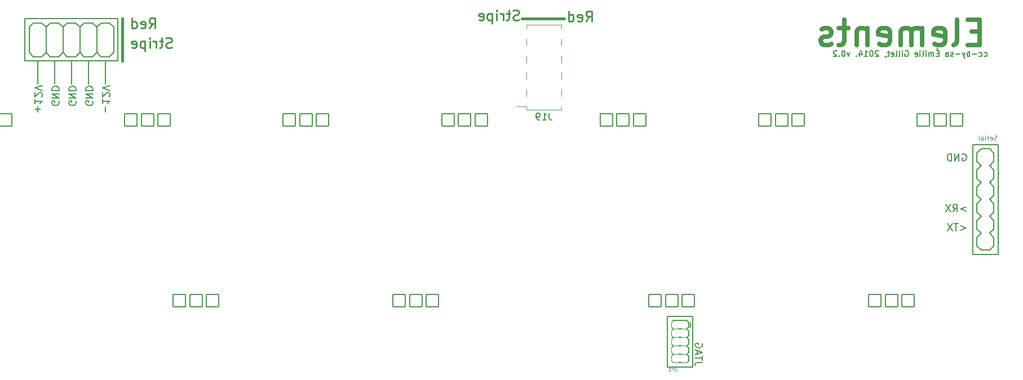
<source format=gbr>
%TF.GenerationSoftware,KiCad,Pcbnew,(6.0.11-0)*%
%TF.CreationDate,2023-03-07T13:47:18+01:00*%
%TF.ProjectId,elements,656c656d-656e-4747-932e-6b696361645f,rev?*%
%TF.SameCoordinates,Original*%
%TF.FileFunction,Legend,Bot*%
%TF.FilePolarity,Positive*%
%FSLAX46Y46*%
G04 Gerber Fmt 4.6, Leading zero omitted, Abs format (unit mm)*
G04 Created by KiCad (PCBNEW (6.0.11-0)) date 2023-03-07 13:47:18*
%MOMM*%
%LPD*%
G01*
G04 APERTURE LIST*
G04 Aperture macros list*
%AMRoundRect*
0 Rectangle with rounded corners*
0 $1 Rounding radius*
0 $2 $3 $4 $5 $6 $7 $8 $9 X,Y pos of 4 corners*
0 Add a 4 corners polygon primitive as box body*
4,1,4,$2,$3,$4,$5,$6,$7,$8,$9,$2,$3,0*
0 Add four circle primitives for the rounded corners*
1,1,$1+$1,$2,$3*
1,1,$1+$1,$4,$5*
1,1,$1+$1,$6,$7*
1,1,$1+$1,$8,$9*
0 Add four rect primitives between the rounded corners*
20,1,$1+$1,$2,$3,$4,$5,0*
20,1,$1+$1,$4,$5,$6,$7,0*
20,1,$1+$1,$6,$7,$8,$9,0*
20,1,$1+$1,$8,$9,$2,$3,0*%
%AMFreePoly0*
4,1,25,0.417216,0.947373,0.422118,0.942882,0.942882,0.422118,0.964910,0.374877,0.965200,0.368236,0.965200,-0.368236,0.947373,-0.417216,0.942882,-0.422118,0.422118,-0.942882,0.374877,-0.964910,0.368236,-0.965200,-0.368236,-0.965200,-0.417216,-0.947373,-0.422118,-0.942882,-0.942882,-0.422118,-0.964910,-0.374877,-0.965200,-0.368236,-0.965200,0.368236,-0.947373,0.417216,-0.942882,0.422118,
-0.422118,0.942882,-0.374877,0.964910,-0.368236,0.965200,0.368236,0.965200,0.417216,0.947373,0.417216,0.947373,$1*%
%AMFreePoly1*
4,1,25,0.301485,0.667973,0.306387,0.663482,0.663482,0.306387,0.685510,0.259146,0.685800,0.252505,0.685800,-0.252505,0.667973,-0.301485,0.663482,-0.306387,0.306387,-0.663482,0.259146,-0.685510,0.252505,-0.685800,-0.252505,-0.685800,-0.301485,-0.667973,-0.306387,-0.663482,-0.663482,-0.306387,-0.685510,-0.259146,-0.685800,-0.252505,-0.685800,0.252505,-0.667973,0.301485,-0.663482,0.306387,
-0.306387,0.663482,-0.259146,0.685510,-0.252505,0.685800,0.252505,0.685800,0.301485,0.667973,0.301485,0.667973,$1*%
%AMFreePoly2*
4,1,25,0.575031,1.328373,0.579933,1.323882,1.323882,0.579933,1.345910,0.532692,1.346200,0.526051,1.346200,-0.526051,1.328373,-0.575031,1.323882,-0.579933,0.579933,-1.323882,0.532692,-1.345910,0.526051,-1.346200,-0.526051,-1.346200,-0.575031,-1.328373,-0.579933,-1.323882,-1.323882,-0.579933,-1.345910,-0.532692,-1.346200,-0.526051,-1.346200,0.526051,-1.328373,0.575031,-1.323882,0.579933,
-0.579933,1.323882,-0.532692,1.345910,-0.526051,1.346200,0.526051,1.346200,0.575031,1.328373,0.575031,1.328373,$1*%
%AMFreePoly3*
4,1,25,0.706544,1.645873,0.711446,1.641382,1.641382,0.711446,1.663410,0.664205,1.663700,0.657564,1.663700,-0.657564,1.645873,-0.706544,1.641382,-0.711446,0.711446,-1.641382,0.664205,-1.663410,0.657564,-1.663700,-0.657564,-1.663700,-0.706544,-1.645873,-0.711446,-1.641382,-1.641382,-0.711446,-1.663410,-0.664205,-1.663700,-0.657564,-1.663700,0.657564,-1.645873,0.706544,-1.641382,0.711446,
-0.711446,1.641382,-0.664205,1.663410,-0.657564,1.663700,0.657564,1.663700,0.706544,1.645873,0.706544,1.645873,$1*%
%AMFreePoly4*
4,1,25,0.438258,0.998173,0.443160,0.993682,0.993682,0.443160,1.015710,0.395919,1.016000,0.389278,1.016000,-0.389278,0.998173,-0.438258,0.993682,-0.443160,0.443160,-0.993682,0.395919,-1.015710,0.389278,-1.016000,-0.389278,-1.016000,-0.438258,-0.998173,-0.443160,-0.993682,-0.993682,-0.443160,-1.015710,-0.395919,-1.016000,-0.389278,-1.016000,0.389278,-0.998173,0.438258,-0.993682,0.443160,
-0.443160,0.993682,-0.395919,1.015710,-0.389278,1.016000,0.389278,1.016000,0.438258,0.998173,0.438258,0.998173,$1*%
%AMFreePoly5*
4,1,25,0.269922,0.591773,0.274824,0.587282,0.587282,0.274824,0.609310,0.227583,0.609600,0.220942,0.609600,-0.220942,0.591773,-0.269922,0.587282,-0.274824,0.274824,-0.587282,0.227583,-0.609310,0.220942,-0.609600,-0.220942,-0.609600,-0.269922,-0.591773,-0.274824,-0.587282,-0.587282,-0.274824,-0.609310,-0.227583,-0.609600,-0.220942,-0.609600,0.220942,-0.591773,0.269922,-0.587282,0.274824,
-0.274824,0.587282,-0.227583,0.609310,-0.220942,0.609600,0.220942,0.609600,0.269922,0.591773,0.269922,0.591773,$1*%
G04 Aperture macros list end*
%ADD10C,0.406400*%
%ADD11C,0.266700*%
%ADD12C,0.152400*%
%ADD13C,0.190500*%
%ADD14C,0.666750*%
%ADD15C,0.121920*%
%ADD16C,0.037389*%
%ADD17C,0.150000*%
%ADD18C,0.203200*%
%ADD19C,0.120000*%
%ADD20C,2.200000*%
%ADD21FreePoly0,180.000000*%
%ADD22FreePoly1,180.000000*%
%ADD23RoundRect,0.076200X0.939800X-0.939800X0.939800X0.939800X-0.939800X0.939800X-0.939800X-0.939800X0*%
%ADD24FreePoly2,90.000000*%
%ADD25FreePoly3,90.000000*%
%ADD26FreePoly1,0.000000*%
%ADD27C,1.502400*%
%ADD28RoundRect,0.076200X0.675000X-0.675000X0.675000X0.675000X-0.675000X0.675000X-0.675000X-0.675000X0*%
%ADD29C,2.032000*%
%ADD30FreePoly4,0.000000*%
%ADD31FreePoly5,270.000000*%
%ADD32R,3.150000X1.000000*%
G04 APERTURE END LIST*
D10*
X165050000Y-53550000D02*
X158700000Y-53550000D01*
D11*
X168323988Y-53939333D02*
X168827755Y-53219666D01*
X169187588Y-53939333D02*
X169187588Y-52428033D01*
X168611855Y-52428033D01*
X168467921Y-52500000D01*
X168395955Y-52571966D01*
X168323988Y-52715900D01*
X168323988Y-52931800D01*
X168395955Y-53075733D01*
X168467921Y-53147700D01*
X168611855Y-53219666D01*
X169187588Y-53219666D01*
X167100555Y-53867366D02*
X167244488Y-53939333D01*
X167532355Y-53939333D01*
X167676288Y-53867366D01*
X167748255Y-53723433D01*
X167748255Y-53147700D01*
X167676288Y-53003766D01*
X167532355Y-52931800D01*
X167244488Y-52931800D01*
X167100555Y-53003766D01*
X167028588Y-53147700D01*
X167028588Y-53291633D01*
X167748255Y-53435566D01*
X165733188Y-53939333D02*
X165733188Y-52428033D01*
X165733188Y-53867366D02*
X165877121Y-53939333D01*
X166164988Y-53939333D01*
X166308921Y-53867366D01*
X166380888Y-53795400D01*
X166452855Y-53651466D01*
X166452855Y-53219666D01*
X166380888Y-53075733D01*
X166308921Y-53003766D01*
X166164988Y-52931800D01*
X165877121Y-52931800D01*
X165733188Y-53003766D01*
X158256421Y-53717366D02*
X158040521Y-53789333D01*
X157680688Y-53789333D01*
X157536755Y-53717366D01*
X157464788Y-53645400D01*
X157392821Y-53501466D01*
X157392821Y-53357533D01*
X157464788Y-53213600D01*
X157536755Y-53141633D01*
X157680688Y-53069666D01*
X157968555Y-52997700D01*
X158112488Y-52925733D01*
X158184455Y-52853766D01*
X158256421Y-52709833D01*
X158256421Y-52565900D01*
X158184455Y-52421966D01*
X158112488Y-52350000D01*
X157968555Y-52278033D01*
X157608721Y-52278033D01*
X157392821Y-52350000D01*
X156961021Y-52781800D02*
X156385288Y-52781800D01*
X156745121Y-52278033D02*
X156745121Y-53573433D01*
X156673155Y-53717366D01*
X156529221Y-53789333D01*
X156385288Y-53789333D01*
X155881521Y-53789333D02*
X155881521Y-52781800D01*
X155881521Y-53069666D02*
X155809555Y-52925733D01*
X155737588Y-52853766D01*
X155593655Y-52781800D01*
X155449721Y-52781800D01*
X154945955Y-53789333D02*
X154945955Y-52781800D01*
X154945955Y-52278033D02*
X155017921Y-52350000D01*
X154945955Y-52421966D01*
X154873988Y-52350000D01*
X154945955Y-52278033D01*
X154945955Y-52421966D01*
X154226288Y-52781800D02*
X154226288Y-54293100D01*
X154226288Y-52853766D02*
X154082355Y-52781800D01*
X153794488Y-52781800D01*
X153650555Y-52853766D01*
X153578588Y-52925733D01*
X153506621Y-53069666D01*
X153506621Y-53501466D01*
X153578588Y-53645400D01*
X153650555Y-53717366D01*
X153794488Y-53789333D01*
X154082355Y-53789333D01*
X154226288Y-53717366D01*
X152283188Y-53717366D02*
X152427121Y-53789333D01*
X152714988Y-53789333D01*
X152858921Y-53717366D01*
X152930888Y-53573433D01*
X152930888Y-52997700D01*
X152858921Y-52853766D01*
X152714988Y-52781800D01*
X152427121Y-52781800D01*
X152283188Y-52853766D01*
X152211221Y-52997700D01*
X152211221Y-53141633D01*
X152930888Y-53285566D01*
D12*
X98018600Y-53568600D02*
X84048600Y-53568600D01*
X96113600Y-59918600D02*
X98018600Y-59918600D01*
X184378600Y-105956100D02*
X184378600Y-98336100D01*
X93573600Y-59918600D02*
X96113600Y-59918600D01*
X98018600Y-59918600D02*
X98018600Y-53568600D01*
X230250000Y-72490000D02*
X230250000Y-89000000D01*
X88493600Y-59918600D02*
X91033600Y-59918600D01*
X226440000Y-72490000D02*
X230250000Y-72490000D01*
X84048600Y-53568600D02*
X84048600Y-59918600D01*
X91033600Y-59918600D02*
X91033600Y-63411100D01*
X180568600Y-98336100D02*
X180568600Y-105956100D01*
D10*
X98653600Y-59918600D02*
X98653600Y-53568600D01*
D12*
X91033600Y-59918600D02*
X93573600Y-59918600D01*
X85953600Y-59918600D02*
X88493600Y-59918600D01*
X88493600Y-59918600D02*
X88493600Y-63411100D01*
X180568600Y-105956100D02*
X184378600Y-105956100D01*
X96113600Y-59918600D02*
X96113600Y-63411100D01*
X85953600Y-59918600D02*
X85953600Y-63411100D01*
X84048600Y-59918600D02*
X85953600Y-59918600D01*
X226440000Y-89000000D02*
X226440000Y-72490000D01*
X184378600Y-98336100D02*
X180568600Y-98336100D01*
X230250000Y-89000000D02*
X226440000Y-89000000D01*
X93573600Y-59918600D02*
X93573600Y-63411100D01*
D13*
X89128600Y-66002353D02*
X89180004Y-66105163D01*
X89180004Y-66259377D01*
X89128600Y-66413591D01*
X89025790Y-66516401D01*
X88922980Y-66567805D01*
X88717361Y-66619210D01*
X88563147Y-66619210D01*
X88357528Y-66567805D01*
X88254719Y-66516401D01*
X88151909Y-66413591D01*
X88100504Y-66259377D01*
X88100504Y-66156567D01*
X88151909Y-66002353D01*
X88203314Y-65950948D01*
X88563147Y-65950948D01*
X88563147Y-66156567D01*
X88100504Y-65488305D02*
X89180004Y-65488305D01*
X88100504Y-64871448D01*
X89180004Y-64871448D01*
X88100504Y-64357401D02*
X89180004Y-64357401D01*
X89180004Y-64100377D01*
X89128600Y-63946163D01*
X89025790Y-63843353D01*
X88922980Y-63791948D01*
X88717361Y-63740544D01*
X88563147Y-63740544D01*
X88357528Y-63791948D01*
X88254719Y-63843353D01*
X88151909Y-63946163D01*
X88100504Y-64100377D01*
X88100504Y-64357401D01*
D11*
X106106421Y-57867366D02*
X105890521Y-57939333D01*
X105530688Y-57939333D01*
X105386755Y-57867366D01*
X105314788Y-57795400D01*
X105242821Y-57651466D01*
X105242821Y-57507533D01*
X105314788Y-57363600D01*
X105386755Y-57291633D01*
X105530688Y-57219666D01*
X105818555Y-57147700D01*
X105962488Y-57075733D01*
X106034455Y-57003766D01*
X106106421Y-56859833D01*
X106106421Y-56715900D01*
X106034455Y-56571966D01*
X105962488Y-56500000D01*
X105818555Y-56428033D01*
X105458721Y-56428033D01*
X105242821Y-56500000D01*
X104811021Y-56931800D02*
X104235288Y-56931800D01*
X104595121Y-56428033D02*
X104595121Y-57723433D01*
X104523155Y-57867366D01*
X104379221Y-57939333D01*
X104235288Y-57939333D01*
X103731521Y-57939333D02*
X103731521Y-56931800D01*
X103731521Y-57219666D02*
X103659555Y-57075733D01*
X103587588Y-57003766D01*
X103443655Y-56931800D01*
X103299721Y-56931800D01*
X102795955Y-57939333D02*
X102795955Y-56931800D01*
X102795955Y-56428033D02*
X102867921Y-56500000D01*
X102795955Y-56571966D01*
X102723988Y-56500000D01*
X102795955Y-56428033D01*
X102795955Y-56571966D01*
X102076288Y-56931800D02*
X102076288Y-58443100D01*
X102076288Y-57003766D02*
X101932355Y-56931800D01*
X101644488Y-56931800D01*
X101500555Y-57003766D01*
X101428588Y-57075733D01*
X101356621Y-57219666D01*
X101356621Y-57651466D01*
X101428588Y-57795400D01*
X101500555Y-57867366D01*
X101644488Y-57939333D01*
X101932355Y-57939333D01*
X102076288Y-57867366D01*
X100133188Y-57867366D02*
X100277121Y-57939333D01*
X100564988Y-57939333D01*
X100708921Y-57867366D01*
X100780888Y-57723433D01*
X100780888Y-57147700D01*
X100708921Y-57003766D01*
X100564988Y-56931800D01*
X100277121Y-56931800D01*
X100133188Y-57003766D01*
X100061221Y-57147700D01*
X100061221Y-57291633D01*
X100780888Y-57435566D01*
D13*
X224601675Y-84736428D02*
X225424151Y-85044857D01*
X224601675Y-85353285D01*
X224241841Y-84376595D02*
X223624984Y-84376595D01*
X223933413Y-85456095D02*
X223933413Y-84376595D01*
X223367960Y-84376595D02*
X222648294Y-85456095D01*
X222648294Y-84376595D02*
X223367960Y-85456095D01*
X91668600Y-66002353D02*
X91720004Y-66105163D01*
X91720004Y-66259377D01*
X91668600Y-66413591D01*
X91565790Y-66516401D01*
X91462980Y-66567805D01*
X91257361Y-66619210D01*
X91103147Y-66619210D01*
X90897528Y-66567805D01*
X90794719Y-66516401D01*
X90691909Y-66413591D01*
X90640504Y-66259377D01*
X90640504Y-66156567D01*
X90691909Y-66002353D01*
X90743314Y-65950948D01*
X91103147Y-65950948D01*
X91103147Y-66156567D01*
X90640504Y-65488305D02*
X91720004Y-65488305D01*
X90640504Y-64871448D01*
X91720004Y-64871448D01*
X90640504Y-64357401D02*
X91720004Y-64357401D01*
X91720004Y-64100377D01*
X91668600Y-63946163D01*
X91565790Y-63843353D01*
X91462980Y-63791948D01*
X91257361Y-63740544D01*
X91103147Y-63740544D01*
X90897528Y-63791948D01*
X90794719Y-63843353D01*
X90691909Y-63946163D01*
X90640504Y-64100377D01*
X90640504Y-64357401D01*
D14*
X227495629Y-55537100D02*
X226236212Y-55537100D01*
X225696462Y-57516183D02*
X227495629Y-57516183D01*
X227495629Y-53737933D01*
X225696462Y-53737933D01*
X223537462Y-57516183D02*
X223897295Y-57336266D01*
X224077212Y-56976433D01*
X224077212Y-53737933D01*
X220658795Y-57336266D02*
X221018629Y-57516183D01*
X221738295Y-57516183D01*
X222098129Y-57336266D01*
X222278045Y-56976433D01*
X222278045Y-55537100D01*
X222098129Y-55177266D01*
X221738295Y-54997350D01*
X221018629Y-54997350D01*
X220658795Y-55177266D01*
X220478879Y-55537100D01*
X220478879Y-55896933D01*
X222278045Y-56256766D01*
X218859629Y-57516183D02*
X218859629Y-54997350D01*
X218859629Y-55357183D02*
X218679712Y-55177266D01*
X218319879Y-54997350D01*
X217780129Y-54997350D01*
X217420295Y-55177266D01*
X217240379Y-55537100D01*
X217240379Y-57516183D01*
X217240379Y-55537100D02*
X217060462Y-55177266D01*
X216700629Y-54997350D01*
X216160879Y-54997350D01*
X215801045Y-55177266D01*
X215621129Y-55537100D01*
X215621129Y-57516183D01*
X212382629Y-57336266D02*
X212742462Y-57516183D01*
X213462129Y-57516183D01*
X213821962Y-57336266D01*
X214001879Y-56976433D01*
X214001879Y-55537100D01*
X213821962Y-55177266D01*
X213462129Y-54997350D01*
X212742462Y-54997350D01*
X212382629Y-55177266D01*
X212202712Y-55537100D01*
X212202712Y-55896933D01*
X214001879Y-56256766D01*
X210583462Y-54997350D02*
X210583462Y-57516183D01*
X210583462Y-55357183D02*
X210403545Y-55177266D01*
X210043712Y-54997350D01*
X209503962Y-54997350D01*
X209144129Y-55177266D01*
X208964212Y-55537100D01*
X208964212Y-57516183D01*
X207704795Y-54997350D02*
X206265462Y-54997350D01*
X207165045Y-53737933D02*
X207165045Y-56976433D01*
X206985129Y-57336266D01*
X206625295Y-57516183D01*
X206265462Y-57516183D01*
X205185962Y-57336266D02*
X204826129Y-57516183D01*
X204106462Y-57516183D01*
X203746629Y-57336266D01*
X203566712Y-56976433D01*
X203566712Y-56796516D01*
X203746629Y-56436683D01*
X204106462Y-56256766D01*
X204646212Y-56256766D01*
X205006045Y-56076850D01*
X205185962Y-55717016D01*
X205185962Y-55537100D01*
X205006045Y-55177266D01*
X204646212Y-54997350D01*
X204106462Y-54997350D01*
X203746629Y-55177266D01*
D13*
X225424151Y-81878928D02*
X224601675Y-82187357D01*
X225424151Y-82495785D01*
X223470770Y-82598595D02*
X223830603Y-82084547D01*
X224087627Y-82598595D02*
X224087627Y-81519095D01*
X223676389Y-81519095D01*
X223573579Y-81570500D01*
X223522175Y-81621904D01*
X223470770Y-81724714D01*
X223470770Y-81878928D01*
X223522175Y-81981738D01*
X223573579Y-82033142D01*
X223676389Y-82084547D01*
X224087627Y-82084547D01*
X223110936Y-81519095D02*
X222391270Y-82598595D01*
X222391270Y-81519095D02*
X223110936Y-82598595D01*
D11*
X102730088Y-55007933D02*
X103233855Y-54288266D01*
X103593688Y-55007933D02*
X103593688Y-53496633D01*
X103017955Y-53496633D01*
X102874021Y-53568600D01*
X102802055Y-53640566D01*
X102730088Y-53784500D01*
X102730088Y-54000400D01*
X102802055Y-54144333D01*
X102874021Y-54216300D01*
X103017955Y-54288266D01*
X103593688Y-54288266D01*
X101506655Y-54935966D02*
X101650588Y-55007933D01*
X101938455Y-55007933D01*
X102082388Y-54935966D01*
X102154355Y-54792033D01*
X102154355Y-54216300D01*
X102082388Y-54072366D01*
X101938455Y-54000400D01*
X101650588Y-54000400D01*
X101506655Y-54072366D01*
X101434688Y-54216300D01*
X101434688Y-54360233D01*
X102154355Y-54504166D01*
X100139288Y-55007933D02*
X100139288Y-53496633D01*
X100139288Y-54935966D02*
X100283221Y-55007933D01*
X100571088Y-55007933D01*
X100715021Y-54935966D01*
X100786988Y-54864000D01*
X100858955Y-54720066D01*
X100858955Y-54288266D01*
X100786988Y-54144333D01*
X100715021Y-54072366D01*
X100571088Y-54000400D01*
X100283221Y-54000400D01*
X100139288Y-54072366D01*
D13*
X94208600Y-66002353D02*
X94260004Y-66105163D01*
X94260004Y-66259377D01*
X94208600Y-66413591D01*
X94105790Y-66516401D01*
X94002980Y-66567805D01*
X93797361Y-66619210D01*
X93643147Y-66619210D01*
X93437528Y-66567805D01*
X93334719Y-66516401D01*
X93231909Y-66413591D01*
X93180504Y-66259377D01*
X93180504Y-66156567D01*
X93231909Y-66002353D01*
X93283314Y-65950948D01*
X93643147Y-65950948D01*
X93643147Y-66156567D01*
X93180504Y-65488305D02*
X94260004Y-65488305D01*
X93180504Y-64871448D01*
X94260004Y-64871448D01*
X93180504Y-64357401D02*
X94260004Y-64357401D01*
X94260004Y-64100377D01*
X94208600Y-63946163D01*
X94105790Y-63843353D01*
X94002980Y-63791948D01*
X93797361Y-63740544D01*
X93643147Y-63740544D01*
X93437528Y-63791948D01*
X93334719Y-63843353D01*
X93231909Y-63946163D01*
X93180504Y-64100377D01*
X93180504Y-64357401D01*
X96131742Y-67595901D02*
X96131742Y-66773425D01*
X95720504Y-65693925D02*
X95720504Y-66310782D01*
X95720504Y-66002353D02*
X96800004Y-66002353D01*
X96645790Y-66105163D01*
X96542980Y-66207972D01*
X96491576Y-66310782D01*
X96697195Y-65282686D02*
X96748600Y-65231282D01*
X96800004Y-65128472D01*
X96800004Y-64871448D01*
X96748600Y-64768639D01*
X96697195Y-64717234D01*
X96594385Y-64665829D01*
X96491576Y-64665829D01*
X96337361Y-64717234D01*
X95720504Y-65334091D01*
X95720504Y-64665829D01*
X96800004Y-64357401D02*
X95720504Y-63997567D01*
X96800004Y-63637734D01*
D15*
X230039155Y-71789201D02*
X229940458Y-71822100D01*
X229775963Y-71822100D01*
X229710165Y-71789201D01*
X229677266Y-71756302D01*
X229644367Y-71690504D01*
X229644367Y-71624706D01*
X229677266Y-71558908D01*
X229710165Y-71526009D01*
X229775963Y-71493110D01*
X229907559Y-71460211D01*
X229973357Y-71427312D01*
X230006256Y-71394413D01*
X230039155Y-71328615D01*
X230039155Y-71262817D01*
X230006256Y-71197019D01*
X229973357Y-71164120D01*
X229907559Y-71131220D01*
X229743064Y-71131220D01*
X229644367Y-71164120D01*
X229085083Y-71789201D02*
X229150881Y-71822100D01*
X229282477Y-71822100D01*
X229348275Y-71789201D01*
X229381174Y-71723403D01*
X229381174Y-71460211D01*
X229348275Y-71394413D01*
X229282477Y-71361514D01*
X229150881Y-71361514D01*
X229085083Y-71394413D01*
X229052184Y-71460211D01*
X229052184Y-71526009D01*
X229381174Y-71591807D01*
X228756092Y-71822100D02*
X228756092Y-71361514D01*
X228756092Y-71493110D02*
X228723193Y-71427312D01*
X228690294Y-71394413D01*
X228624496Y-71361514D01*
X228558698Y-71361514D01*
X228328405Y-71822100D02*
X228328405Y-71361514D01*
X228328405Y-71131220D02*
X228361304Y-71164120D01*
X228328405Y-71197019D01*
X228295506Y-71164120D01*
X228328405Y-71131220D01*
X228328405Y-71197019D01*
X227703323Y-71822100D02*
X227703323Y-71460211D01*
X227736222Y-71394413D01*
X227802020Y-71361514D01*
X227933616Y-71361514D01*
X227999414Y-71394413D01*
X227703323Y-71789201D02*
X227769121Y-71822100D01*
X227933616Y-71822100D01*
X227999414Y-71789201D01*
X228032313Y-71723403D01*
X228032313Y-71657605D01*
X227999414Y-71591807D01*
X227933616Y-71558908D01*
X227769121Y-71558908D01*
X227703323Y-71526009D01*
X227275635Y-71822100D02*
X227341433Y-71789201D01*
X227374332Y-71723403D01*
X227374332Y-71131220D01*
D13*
X224858698Y-73950500D02*
X224961508Y-73899095D01*
X225115722Y-73899095D01*
X225269936Y-73950500D01*
X225372746Y-74053309D01*
X225424151Y-74156119D01*
X225475555Y-74361738D01*
X225475555Y-74515952D01*
X225424151Y-74721571D01*
X225372746Y-74824380D01*
X225269936Y-74927190D01*
X225115722Y-74978595D01*
X225012913Y-74978595D01*
X224858698Y-74927190D01*
X224807294Y-74875785D01*
X224807294Y-74515952D01*
X225012913Y-74515952D01*
X224344651Y-74978595D02*
X224344651Y-73899095D01*
X223727794Y-74978595D01*
X223727794Y-73899095D01*
X223213746Y-74978595D02*
X223213746Y-73899095D01*
X222956722Y-73899095D01*
X222802508Y-73950500D01*
X222699698Y-74053309D01*
X222648294Y-74156119D01*
X222596889Y-74361738D01*
X222596889Y-74515952D01*
X222648294Y-74721571D01*
X222699698Y-74824380D01*
X222802508Y-74927190D01*
X222956722Y-74978595D01*
X223213746Y-74978595D01*
X85971742Y-67595901D02*
X85971742Y-66773425D01*
X85560504Y-67184663D02*
X86382980Y-67184663D01*
X85560504Y-65693925D02*
X85560504Y-66310782D01*
X85560504Y-66002353D02*
X86640004Y-66002353D01*
X86485790Y-66105163D01*
X86382980Y-66207972D01*
X86331576Y-66310782D01*
X86537195Y-65282686D02*
X86588600Y-65231282D01*
X86640004Y-65128472D01*
X86640004Y-64871448D01*
X86588600Y-64768639D01*
X86537195Y-64717234D01*
X86434385Y-64665829D01*
X86331576Y-64665829D01*
X86177361Y-64717234D01*
X85560504Y-65334091D01*
X85560504Y-64665829D01*
X86640004Y-64357401D02*
X85560504Y-63997567D01*
X86640004Y-63637734D01*
X185827004Y-105266822D02*
X185055933Y-105266822D01*
X184901719Y-105318227D01*
X184798909Y-105421036D01*
X184747504Y-105575251D01*
X184747504Y-105678060D01*
X185827004Y-104906989D02*
X185827004Y-104290132D01*
X184747504Y-104598560D02*
X185827004Y-104598560D01*
X185055933Y-103981703D02*
X185055933Y-103467655D01*
X184747504Y-104084513D02*
X185827004Y-103724679D01*
X184747504Y-103364846D01*
X185775600Y-102439560D02*
X185827004Y-102542370D01*
X185827004Y-102696584D01*
X185775600Y-102850798D01*
X185672790Y-102953608D01*
X185569980Y-103005013D01*
X185364361Y-103056417D01*
X185210147Y-103056417D01*
X185004528Y-103005013D01*
X184901719Y-102953608D01*
X184798909Y-102850798D01*
X184747504Y-102696584D01*
X184747504Y-102593775D01*
X184798909Y-102439560D01*
X184850314Y-102388155D01*
X185210147Y-102388155D01*
X185210147Y-102593775D01*
D12*
X228153806Y-59201352D02*
X228236054Y-59242476D01*
X228400549Y-59242476D01*
X228482797Y-59201352D01*
X228523920Y-59160228D01*
X228565044Y-59077980D01*
X228565044Y-58831238D01*
X228523920Y-58748990D01*
X228482797Y-58707866D01*
X228400549Y-58666742D01*
X228236054Y-58666742D01*
X228153806Y-58707866D01*
X227413578Y-59201352D02*
X227495825Y-59242476D01*
X227660320Y-59242476D01*
X227742568Y-59201352D01*
X227783692Y-59160228D01*
X227824816Y-59077980D01*
X227824816Y-58831238D01*
X227783692Y-58748990D01*
X227742568Y-58707866D01*
X227660320Y-58666742D01*
X227495825Y-58666742D01*
X227413578Y-58707866D01*
X227043463Y-58913485D02*
X226385482Y-58913485D01*
X225974244Y-59242476D02*
X225974244Y-58378876D01*
X225974244Y-58707866D02*
X225891997Y-58666742D01*
X225727501Y-58666742D01*
X225645254Y-58707866D01*
X225604130Y-58748990D01*
X225563006Y-58831238D01*
X225563006Y-59077980D01*
X225604130Y-59160228D01*
X225645254Y-59201352D01*
X225727501Y-59242476D01*
X225891997Y-59242476D01*
X225974244Y-59201352D01*
X225275140Y-58666742D02*
X225069520Y-59242476D01*
X224863901Y-58666742D02*
X225069520Y-59242476D01*
X225151768Y-59448095D01*
X225192892Y-59489219D01*
X225275140Y-59530342D01*
X224534911Y-58913485D02*
X223876930Y-58913485D01*
X223506816Y-59201352D02*
X223424568Y-59242476D01*
X223260073Y-59242476D01*
X223177825Y-59201352D01*
X223136701Y-59119104D01*
X223136701Y-59077980D01*
X223177825Y-58995733D01*
X223260073Y-58954609D01*
X223383444Y-58954609D01*
X223465692Y-58913485D01*
X223506816Y-58831238D01*
X223506816Y-58790114D01*
X223465692Y-58707866D01*
X223383444Y-58666742D01*
X223260073Y-58666742D01*
X223177825Y-58707866D01*
X222396473Y-59242476D02*
X222396473Y-58790114D01*
X222437597Y-58707866D01*
X222519844Y-58666742D01*
X222684340Y-58666742D01*
X222766587Y-58707866D01*
X222396473Y-59201352D02*
X222478720Y-59242476D01*
X222684340Y-59242476D01*
X222766587Y-59201352D01*
X222807711Y-59119104D01*
X222807711Y-59036857D01*
X222766587Y-58954609D01*
X222684340Y-58913485D01*
X222478720Y-58913485D01*
X222396473Y-58872361D01*
X221327254Y-58790114D02*
X221039387Y-58790114D01*
X220916016Y-59242476D02*
X221327254Y-59242476D01*
X221327254Y-58378876D01*
X220916016Y-58378876D01*
X221039387Y-58049885D02*
X221162759Y-58173257D01*
X220545901Y-59242476D02*
X220545901Y-58666742D01*
X220545901Y-58748990D02*
X220504778Y-58707866D01*
X220422530Y-58666742D01*
X220299159Y-58666742D01*
X220216911Y-58707866D01*
X220175787Y-58790114D01*
X220175787Y-59242476D01*
X220175787Y-58790114D02*
X220134663Y-58707866D01*
X220052416Y-58666742D01*
X219929044Y-58666742D01*
X219846797Y-58707866D01*
X219805673Y-58790114D01*
X219805673Y-59242476D01*
X219394435Y-59242476D02*
X219394435Y-58666742D01*
X219394435Y-58378876D02*
X219435559Y-58420000D01*
X219394435Y-58461123D01*
X219353311Y-58420000D01*
X219394435Y-58378876D01*
X219394435Y-58461123D01*
X218859825Y-59242476D02*
X218942073Y-59201352D01*
X218983197Y-59119104D01*
X218983197Y-58378876D01*
X218530835Y-59242476D02*
X218530835Y-58666742D01*
X218530835Y-58378876D02*
X218571959Y-58420000D01*
X218530835Y-58461123D01*
X218489711Y-58420000D01*
X218530835Y-58378876D01*
X218530835Y-58461123D01*
X217790606Y-59201352D02*
X217872854Y-59242476D01*
X218037349Y-59242476D01*
X218119597Y-59201352D01*
X218160720Y-59119104D01*
X218160720Y-58790114D01*
X218119597Y-58707866D01*
X218037349Y-58666742D01*
X217872854Y-58666742D01*
X217790606Y-58707866D01*
X217749482Y-58790114D01*
X217749482Y-58872361D01*
X218160720Y-58954609D01*
X216269025Y-58420000D02*
X216351273Y-58378876D01*
X216474644Y-58378876D01*
X216598016Y-58420000D01*
X216680263Y-58502247D01*
X216721387Y-58584495D01*
X216762511Y-58748990D01*
X216762511Y-58872361D01*
X216721387Y-59036857D01*
X216680263Y-59119104D01*
X216598016Y-59201352D01*
X216474644Y-59242476D01*
X216392397Y-59242476D01*
X216269025Y-59201352D01*
X216227901Y-59160228D01*
X216227901Y-58872361D01*
X216392397Y-58872361D01*
X215857787Y-59242476D02*
X215857787Y-58666742D01*
X215857787Y-58378876D02*
X215898911Y-58420000D01*
X215857787Y-58461123D01*
X215816663Y-58420000D01*
X215857787Y-58378876D01*
X215857787Y-58461123D01*
X215323178Y-59242476D02*
X215405425Y-59201352D01*
X215446549Y-59119104D01*
X215446549Y-58378876D01*
X214870816Y-59242476D02*
X214953063Y-59201352D01*
X214994187Y-59119104D01*
X214994187Y-58378876D01*
X214212835Y-59201352D02*
X214295082Y-59242476D01*
X214459578Y-59242476D01*
X214541825Y-59201352D01*
X214582949Y-59119104D01*
X214582949Y-58790114D01*
X214541825Y-58707866D01*
X214459578Y-58666742D01*
X214295082Y-58666742D01*
X214212835Y-58707866D01*
X214171711Y-58790114D01*
X214171711Y-58872361D01*
X214582949Y-58954609D01*
X213924968Y-58666742D02*
X213595978Y-58666742D01*
X213801597Y-58378876D02*
X213801597Y-59119104D01*
X213760473Y-59201352D01*
X213678225Y-59242476D01*
X213595978Y-59242476D01*
X213266987Y-59201352D02*
X213266987Y-59242476D01*
X213308111Y-59324723D01*
X213349235Y-59365847D01*
X212280016Y-58461123D02*
X212238892Y-58420000D01*
X212156644Y-58378876D01*
X211951025Y-58378876D01*
X211868778Y-58420000D01*
X211827654Y-58461123D01*
X211786530Y-58543371D01*
X211786530Y-58625619D01*
X211827654Y-58748990D01*
X212321140Y-59242476D01*
X211786530Y-59242476D01*
X211251920Y-58378876D02*
X211169673Y-58378876D01*
X211087425Y-58420000D01*
X211046301Y-58461123D01*
X211005178Y-58543371D01*
X210964054Y-58707866D01*
X210964054Y-58913485D01*
X211005178Y-59077980D01*
X211046301Y-59160228D01*
X211087425Y-59201352D01*
X211169673Y-59242476D01*
X211251920Y-59242476D01*
X211334168Y-59201352D01*
X211375292Y-59160228D01*
X211416416Y-59077980D01*
X211457540Y-58913485D01*
X211457540Y-58707866D01*
X211416416Y-58543371D01*
X211375292Y-58461123D01*
X211334168Y-58420000D01*
X211251920Y-58378876D01*
X210141578Y-59242476D02*
X210635063Y-59242476D01*
X210388320Y-59242476D02*
X210388320Y-58378876D01*
X210470568Y-58502247D01*
X210552816Y-58584495D01*
X210635063Y-58625619D01*
X209401349Y-58666742D02*
X209401349Y-59242476D01*
X209606968Y-58337752D02*
X209812587Y-58954609D01*
X209277978Y-58954609D01*
X208948987Y-59160228D02*
X208907863Y-59201352D01*
X208948987Y-59242476D01*
X208990111Y-59201352D01*
X208948987Y-59160228D01*
X208948987Y-59242476D01*
X207962016Y-58666742D02*
X207756397Y-59242476D01*
X207550778Y-58666742D01*
X207057292Y-58378876D02*
X206975044Y-58378876D01*
X206892797Y-58420000D01*
X206851673Y-58461123D01*
X206810549Y-58543371D01*
X206769425Y-58707866D01*
X206769425Y-58913485D01*
X206810549Y-59077980D01*
X206851673Y-59160228D01*
X206892797Y-59201352D01*
X206975044Y-59242476D01*
X207057292Y-59242476D01*
X207139540Y-59201352D01*
X207180663Y-59160228D01*
X207221787Y-59077980D01*
X207262911Y-58913485D01*
X207262911Y-58707866D01*
X207221787Y-58543371D01*
X207180663Y-58461123D01*
X207139540Y-58420000D01*
X207057292Y-58378876D01*
X206399311Y-59160228D02*
X206358187Y-59201352D01*
X206399311Y-59242476D01*
X206440435Y-59201352D01*
X206399311Y-59160228D01*
X206399311Y-59242476D01*
X206029197Y-58461123D02*
X205988073Y-58420000D01*
X205905825Y-58378876D01*
X205700206Y-58378876D01*
X205617959Y-58420000D01*
X205576835Y-58461123D01*
X205535711Y-58543371D01*
X205535711Y-58625619D01*
X205576835Y-58748990D01*
X206070320Y-59242476D01*
X205535711Y-59242476D01*
D16*
%TO.C,JP1*%
X181846317Y-105960246D02*
X181846317Y-106368968D01*
X181873565Y-106450712D01*
X181928061Y-106505209D01*
X182009806Y-106532457D01*
X182064302Y-106532457D01*
X181573835Y-106532457D02*
X181573835Y-105960246D01*
X181355850Y-105960246D01*
X181301354Y-105987494D01*
X181274106Y-106014742D01*
X181246858Y-106069238D01*
X181246858Y-106150983D01*
X181274106Y-106205479D01*
X181301354Y-106232727D01*
X181355850Y-106259975D01*
X181573835Y-106259975D01*
X180701895Y-106532457D02*
X181028873Y-106532457D01*
X180865384Y-106532457D02*
X180865384Y-105960246D01*
X180919880Y-106041990D01*
X180974376Y-106096487D01*
X181028873Y-106123735D01*
D17*
%TO.C,J19*%
X162809523Y-67762380D02*
X162809523Y-68476666D01*
X162857142Y-68619523D01*
X162952380Y-68714761D01*
X163095238Y-68762380D01*
X163190476Y-68762380D01*
X161809523Y-68762380D02*
X162380952Y-68762380D01*
X162095238Y-68762380D02*
X162095238Y-67762380D01*
X162190476Y-67905238D01*
X162285714Y-68000476D01*
X162380952Y-68048095D01*
X161333333Y-68762380D02*
X161142857Y-68762380D01*
X161047619Y-68714761D01*
X161000000Y-68667142D01*
X160904761Y-68524285D01*
X160857142Y-68333809D01*
X160857142Y-67952857D01*
X160904761Y-67857619D01*
X160952380Y-67810000D01*
X161047619Y-67762380D01*
X161238095Y-67762380D01*
X161333333Y-67810000D01*
X161380952Y-67857619D01*
X161428571Y-67952857D01*
X161428571Y-68190952D01*
X161380952Y-68286190D01*
X161333333Y-68333809D01*
X161238095Y-68381428D01*
X161047619Y-68381428D01*
X160952380Y-68333809D01*
X160904761Y-68286190D01*
X160857142Y-68190952D01*
D18*
%TO.C,JP2*%
X227710000Y-75665000D02*
X227075000Y-76300000D01*
X227075000Y-75030000D02*
X227710000Y-75665000D01*
X229615000Y-76300000D02*
X228980000Y-75665000D01*
X228980000Y-80745000D02*
X229615000Y-80110000D01*
X229615000Y-77570000D02*
X229615000Y-76300000D01*
X228980000Y-83285000D02*
X229615000Y-82650000D01*
X227710000Y-83285000D02*
X227075000Y-83920000D01*
X229615000Y-75030000D02*
X229615000Y-73760000D01*
X227075000Y-82650000D02*
X227710000Y-83285000D01*
X227075000Y-76300000D02*
X227075000Y-77570000D01*
X229615000Y-78840000D02*
X228980000Y-78205000D01*
X229615000Y-83920000D02*
X228980000Y-83285000D01*
X227075000Y-80110000D02*
X227710000Y-80745000D01*
X227710000Y-78205000D02*
X227075000Y-78840000D01*
X227710000Y-73125000D02*
X228980000Y-73125000D01*
X229615000Y-82650000D02*
X229615000Y-81380000D01*
X227075000Y-83920000D02*
X227075000Y-85190000D01*
X228980000Y-88365000D02*
X229615000Y-87730000D01*
X227075000Y-77570000D02*
X227710000Y-78205000D01*
X228980000Y-73125000D02*
X229615000Y-73760000D01*
X227075000Y-81380000D02*
X227075000Y-82650000D01*
X229615000Y-85190000D02*
X229615000Y-83920000D01*
X227710000Y-85825000D02*
X227075000Y-86460000D01*
X227075000Y-86460000D02*
X227075000Y-87730000D01*
X227710000Y-88365000D02*
X228980000Y-88365000D01*
X228980000Y-85825000D02*
X229615000Y-85190000D01*
X228980000Y-80745000D02*
X229615000Y-81380000D01*
X227075000Y-85190000D02*
X227710000Y-85825000D01*
X227075000Y-78840000D02*
X227075000Y-80110000D01*
X228980000Y-75665000D02*
X229615000Y-75030000D01*
X229615000Y-87730000D02*
X229615000Y-86460000D01*
X228980000Y-78205000D02*
X229615000Y-77570000D01*
X227075000Y-81380000D02*
X227710000Y-80745000D01*
X227075000Y-87730000D02*
X227710000Y-88365000D01*
X229615000Y-86460000D02*
X228980000Y-85825000D01*
X229615000Y-80110000D02*
X229615000Y-78840000D01*
X227075000Y-73760000D02*
X227710000Y-73125000D01*
X227075000Y-73760000D02*
X227075000Y-75030000D01*
D12*
%TO.C,JP3*%
X89128600Y-54203600D02*
X89763600Y-54838600D01*
X92303600Y-58648600D02*
X92938600Y-59283600D01*
X92938600Y-59283600D02*
X94208600Y-59283600D01*
X85318600Y-59283600D02*
X86588600Y-59283600D01*
X96748600Y-59283600D02*
X97383600Y-58648600D01*
X94208600Y-54203600D02*
X94843600Y-54838600D01*
X92938600Y-54203600D02*
X94208600Y-54203600D01*
X90398600Y-54203600D02*
X91668600Y-54203600D01*
X95478600Y-59283600D02*
X96748600Y-59283600D01*
X84683600Y-54838600D02*
X84683600Y-58648600D01*
X91668600Y-54203600D02*
X92303600Y-54838600D01*
X96748600Y-54203600D02*
X97383600Y-54838600D01*
X91668600Y-59283600D02*
X92303600Y-58648600D01*
X94843600Y-58648600D02*
X95478600Y-59283600D01*
X87223600Y-58648600D02*
X87858600Y-59283600D01*
X97383600Y-58648600D02*
X97383600Y-54838600D01*
X86588600Y-59283600D02*
X87223600Y-58648600D01*
X92303600Y-58648600D02*
X92303600Y-54838600D01*
X89763600Y-58648600D02*
X89763600Y-54838600D01*
X87223600Y-54838600D02*
X87858600Y-54203600D01*
X89763600Y-54838600D02*
X90398600Y-54203600D01*
X84683600Y-58648600D02*
X85318600Y-59283600D01*
X95478600Y-54203600D02*
X96748600Y-54203600D01*
X92303600Y-54838600D02*
X92938600Y-54203600D01*
D18*
X85318600Y-53568600D02*
X86588600Y-53568600D01*
D12*
X87858600Y-59283600D02*
X89128600Y-59283600D01*
X90398600Y-59283600D02*
X91668600Y-59283600D01*
X87223600Y-58648600D02*
X87223600Y-54838600D01*
X84683600Y-54838600D02*
X85318600Y-54203600D01*
X86588600Y-54203600D02*
X87223600Y-54838600D01*
X87858600Y-54203600D02*
X89128600Y-54203600D01*
X94843600Y-54838600D02*
X95478600Y-54203600D01*
X89763600Y-58648600D02*
X90398600Y-59283600D01*
X94208600Y-59283600D02*
X94843600Y-58648600D01*
X94843600Y-58648600D02*
X94843600Y-54838600D01*
X85318600Y-54203600D02*
X86588600Y-54203600D01*
X89128600Y-59283600D02*
X89763600Y-58648600D01*
G36*
X91287600Y-55727600D02*
G01*
X90779600Y-55727600D01*
X90779600Y-55219600D01*
X91287600Y-55219600D01*
X91287600Y-55727600D01*
G37*
%TO.C,JP1*%
X183743600Y-104368600D02*
X183743600Y-105003600D01*
X181203600Y-103733600D02*
X181521100Y-104051100D01*
X181521100Y-100241100D02*
X181203600Y-100558600D01*
X181521100Y-98971100D02*
X181203600Y-99288600D01*
X183743600Y-103733600D02*
X183426100Y-104051100D01*
X181203600Y-99923600D02*
X181521100Y-100241100D01*
X183426100Y-102781100D02*
X183743600Y-103098600D01*
X183743600Y-102463600D02*
X183426100Y-102781100D01*
X183743600Y-105003600D02*
X183426100Y-105321100D01*
X183426100Y-104051100D02*
X183743600Y-104368600D01*
X183743600Y-101828600D02*
X183743600Y-102463600D01*
X181521100Y-102781100D02*
X183426100Y-102781100D01*
X183426100Y-98971100D02*
X181521100Y-98971100D01*
D18*
X184061100Y-99288600D02*
X184061100Y-99923600D01*
D12*
X181203600Y-103098600D02*
X181203600Y-103733600D01*
X183426100Y-98971100D02*
X183743600Y-99288600D01*
X183743600Y-99923600D02*
X183426100Y-100241100D01*
X181203600Y-101828600D02*
X181203600Y-102463600D01*
X183743600Y-100558600D02*
X183743600Y-101193600D01*
X183426100Y-100241100D02*
X183743600Y-100558600D01*
X181203600Y-100558600D02*
X181203600Y-101193600D01*
X183426100Y-101511100D02*
X183743600Y-101828600D01*
X181203600Y-101193600D02*
X181521100Y-101511100D01*
X181203600Y-104368600D02*
X181203600Y-105003600D01*
X183743600Y-99288600D02*
X183743600Y-99923600D01*
X181521100Y-100241100D02*
X183426100Y-100241100D01*
X181521100Y-105321100D02*
X183426100Y-105321100D01*
X181203600Y-102463600D02*
X181521100Y-102781100D01*
X183743600Y-101193600D02*
X183426100Y-101511100D01*
X183743600Y-103098600D02*
X183743600Y-103733600D01*
X181521100Y-101511100D02*
X181203600Y-101828600D01*
X181521100Y-101511100D02*
X183426100Y-101511100D01*
X181521100Y-104051100D02*
X183426100Y-104051100D01*
X181203600Y-105003600D02*
X181521100Y-105321100D01*
X181203600Y-99288600D02*
X181203600Y-99923600D01*
X181521100Y-104051100D02*
X181203600Y-104368600D01*
X181521100Y-102781100D02*
X181203600Y-103098600D01*
D19*
%TO.C,J19*%
X164600000Y-67310000D02*
X164600000Y-66740000D01*
X159400000Y-65220000D02*
X159400000Y-64200000D01*
X159400000Y-54490000D02*
X164600000Y-54490000D01*
X159400000Y-57600000D02*
X159400000Y-56580000D01*
X159400000Y-67310000D02*
X159400000Y-66740000D01*
X164600000Y-62680000D02*
X164600000Y-61660000D01*
X159400000Y-55060000D02*
X159400000Y-54490000D01*
X164600000Y-60140000D02*
X164600000Y-59120000D01*
X157960000Y-66740000D02*
X159400000Y-66740000D01*
X164600000Y-65220000D02*
X164600000Y-64200000D01*
X159400000Y-60140000D02*
X159400000Y-59120000D01*
X164600000Y-57600000D02*
X164600000Y-56580000D01*
X164600000Y-55060000D02*
X164600000Y-54490000D01*
X159400000Y-67310000D02*
X164600000Y-67310000D01*
X159400000Y-62680000D02*
X159400000Y-61660000D01*
%TD*%
%LPC*%
D20*
%TO.C,J16*%
X197713600Y-151676100D03*
D21*
X197713600Y-145961100D03*
X197713600Y-148501100D03*
X197713600Y-156121100D03*
%TD*%
D20*
%TO.C,J2*%
X84683600Y-105003600D03*
D21*
X84683600Y-99288600D03*
X84683600Y-101828600D03*
X84683600Y-109448600D03*
%TD*%
D20*
%TO.C,J3*%
X72618600Y-120561100D03*
D21*
X72618600Y-114846100D03*
X72618600Y-117386100D03*
X72618600Y-125006100D03*
%TD*%
D20*
%TO.C,J5*%
X72618600Y-136118600D03*
D21*
X72618600Y-130403600D03*
X72618600Y-132943600D03*
X72618600Y-140563600D03*
%TD*%
D20*
%TO.C,J13*%
X152311100Y-151676100D03*
D21*
X152311100Y-145961100D03*
X152311100Y-148501100D03*
X152311100Y-156121100D03*
%TD*%
D22*
%TO.C,LED1*%
X127546100Y-100000000D03*
X125006100Y-100000000D03*
%TD*%
D23*
%TO.C,R63*%
X152588600Y-123116100D03*
X150088600Y-123116100D03*
X147588600Y-123116100D03*
D24*
X154788600Y-116116100D03*
X145388600Y-116116100D03*
%TD*%
D23*
%TO.C,R76*%
X102741100Y-142818600D03*
X100241100Y-142818600D03*
X97741100Y-142818600D03*
D25*
X104641100Y-136118600D03*
X95841100Y-136118600D03*
%TD*%
D26*
%TO.C,LED2*%
X196430000Y-99900000D03*
X198970000Y-99900000D03*
%TD*%
D23*
%TO.C,R66*%
X224026100Y-123116100D03*
X221526100Y-123116100D03*
X219026100Y-123116100D03*
D24*
X226226100Y-116116100D03*
X216826100Y-116116100D03*
%TD*%
D23*
%TO.C,R78*%
X128776100Y-142818600D03*
X126276100Y-142818600D03*
X123776100Y-142818600D03*
D25*
X130676100Y-136118600D03*
X121876100Y-136118600D03*
%TD*%
D23*
%TO.C,R77*%
X115758600Y-142818600D03*
X113258600Y-142818600D03*
X110758600Y-142818600D03*
D25*
X117658600Y-136118600D03*
X108858600Y-136118600D03*
%TD*%
D23*
%TO.C,R64*%
X176401100Y-123116100D03*
X173901100Y-123116100D03*
X171401100Y-123116100D03*
D24*
X178601100Y-116116100D03*
X169201100Y-116116100D03*
%TD*%
D23*
%TO.C,R5*%
X128776100Y-68823600D03*
X126276100Y-68823600D03*
X123776100Y-68823600D03*
D24*
X130976100Y-61823600D03*
X121576100Y-61823600D03*
%TD*%
D20*
%TO.C,J12*%
X139293600Y-151676100D03*
D21*
X139293600Y-145961100D03*
X139293600Y-148501100D03*
X139293600Y-156121100D03*
%TD*%
D20*
%TO.C,J18*%
X223748600Y-151676100D03*
D21*
X223748600Y-145961100D03*
X223748600Y-148501100D03*
X223748600Y-156121100D03*
%TD*%
D20*
%TO.C,J8*%
X84683600Y-151676100D03*
D21*
X84683600Y-145961100D03*
X84683600Y-148501100D03*
X84683600Y-156121100D03*
%TD*%
D23*
%TO.C,R65*%
X200213600Y-123116100D03*
X197713600Y-123116100D03*
X195213600Y-123116100D03*
D24*
X202413600Y-116116100D03*
X193013600Y-116116100D03*
%TD*%
D20*
%TO.C,J1*%
X72618600Y-105003600D03*
D21*
X72618600Y-99288600D03*
X72618600Y-101828600D03*
X72618600Y-109448600D03*
%TD*%
D20*
%TO.C,J15*%
X184696100Y-151676100D03*
D21*
X184696100Y-145961100D03*
X184696100Y-148501100D03*
X184696100Y-156121100D03*
%TD*%
D23*
%TO.C,R81*%
X174178600Y-142818600D03*
X171678600Y-142818600D03*
X169178600Y-142818600D03*
D25*
X176078600Y-136118600D03*
X167278600Y-136118600D03*
%TD*%
D23*
%TO.C,R61*%
X104963600Y-123116100D03*
X102463600Y-123116100D03*
X99963600Y-123116100D03*
D24*
X107163600Y-116116100D03*
X97763600Y-116116100D03*
%TD*%
D20*
%TO.C,J9*%
X100241100Y-151676100D03*
D21*
X100241100Y-145961100D03*
X100241100Y-148501100D03*
X100241100Y-156121100D03*
%TD*%
D23*
%TO.C,R25*%
X112266100Y-95969900D03*
X109766100Y-95969900D03*
X107266100Y-95969900D03*
D24*
X114466100Y-88969900D03*
X105066100Y-88969900D03*
%TD*%
D20*
%TO.C,J10*%
X113258600Y-151676100D03*
D21*
X113258600Y-145961100D03*
X113258600Y-148501100D03*
X113258600Y-156121100D03*
%TD*%
D20*
%TO.C,J4*%
X84683600Y-120561100D03*
D21*
X84683600Y-114846100D03*
X84683600Y-117386100D03*
X84683600Y-125006100D03*
%TD*%
D23*
%TO.C,R6*%
X152588600Y-68823600D03*
X150088600Y-68823600D03*
X147588600Y-68823600D03*
D24*
X154788600Y-61823600D03*
X145388600Y-61823600D03*
%TD*%
D23*
%TO.C,R79*%
X141793600Y-142818600D03*
X139293600Y-142818600D03*
X136793600Y-142818600D03*
D25*
X143693600Y-136118600D03*
X134893600Y-136118600D03*
%TD*%
D23*
%TO.C,R3*%
X81151100Y-68823600D03*
X78651100Y-68823600D03*
X76151100Y-68823600D03*
D24*
X83351100Y-61823600D03*
X73951100Y-61823600D03*
%TD*%
D23*
%TO.C,R9*%
X224026100Y-68823600D03*
X221526100Y-68823600D03*
X219026100Y-68823600D03*
D24*
X226226100Y-61823600D03*
X216826100Y-61823600D03*
%TD*%
D20*
%TO.C,J11*%
X126276100Y-151676100D03*
D21*
X126276100Y-145961100D03*
X126276100Y-148501100D03*
X126276100Y-156121100D03*
%TD*%
D20*
%TO.C,J6*%
X84683600Y-136118600D03*
D21*
X84683600Y-130403600D03*
X84683600Y-132943600D03*
X84683600Y-140563600D03*
%TD*%
D23*
%TO.C,R7*%
X176401100Y-68823600D03*
X173901100Y-68823600D03*
X171401100Y-68823600D03*
D24*
X178601100Y-61823600D03*
X169201100Y-61823600D03*
%TD*%
D20*
%TO.C,J14*%
X171678600Y-151676100D03*
D21*
X171678600Y-145961100D03*
X171678600Y-148501100D03*
X171678600Y-156121100D03*
%TD*%
D23*
%TO.C,R8*%
X200213600Y-68823600D03*
X197713600Y-68823600D03*
X195213600Y-68823600D03*
D24*
X202413600Y-61823600D03*
X193013600Y-61823600D03*
%TD*%
D23*
%TO.C,R80*%
X154811100Y-142818600D03*
X152311100Y-142818600D03*
X149811100Y-142818600D03*
D25*
X156711100Y-136118600D03*
X147911100Y-136118600D03*
%TD*%
D27*
%TO.C,SW1*%
X81151100Y-81866100D03*
X81151100Y-86866100D03*
D28*
X76151100Y-81866100D03*
D27*
X75651100Y-84366100D03*
X81651100Y-84366100D03*
X76151100Y-86866100D03*
%TD*%
D23*
%TO.C,R82*%
X187196100Y-142818600D03*
X184696100Y-142818600D03*
X182196100Y-142818600D03*
D25*
X189096100Y-136118600D03*
X180296100Y-136118600D03*
%TD*%
D23*
%TO.C,R83*%
X200213600Y-142818600D03*
X197713600Y-142818600D03*
X195213600Y-142818600D03*
D25*
X202113600Y-136118600D03*
X193313600Y-136118600D03*
%TD*%
D23*
%TO.C,R84*%
X213231100Y-142818600D03*
X210731100Y-142818600D03*
X208231100Y-142818600D03*
D25*
X215131100Y-136118600D03*
X206331100Y-136118600D03*
%TD*%
D20*
%TO.C,J17*%
X210731100Y-151676100D03*
D21*
X210731100Y-145961100D03*
X210731100Y-148501100D03*
X210731100Y-156121100D03*
%TD*%
D23*
%TO.C,R85*%
X226248600Y-142818600D03*
X223748600Y-142818600D03*
X221248600Y-142818600D03*
D25*
X228148600Y-136118600D03*
X219348600Y-136118600D03*
%TD*%
D23*
%TO.C,R26*%
X216723600Y-95969900D03*
X214223600Y-95969900D03*
X211723600Y-95969900D03*
D24*
X218923600Y-88969900D03*
X209523600Y-88969900D03*
%TD*%
D23*
%TO.C,R24*%
X183703600Y-95969800D03*
X181203600Y-95969800D03*
X178703600Y-95969800D03*
D24*
X185903600Y-88969800D03*
X176503600Y-88969800D03*
%TD*%
D20*
%TO.C,J7*%
X72618600Y-151676100D03*
D21*
X72618600Y-145961100D03*
X72618600Y-148501100D03*
X72618600Y-156121100D03*
%TD*%
D23*
%TO.C,R23*%
X145286100Y-95969800D03*
X142786100Y-95969800D03*
X140286100Y-95969800D03*
D24*
X147486100Y-88969800D03*
X138086100Y-88969800D03*
%TD*%
D23*
%TO.C,R62*%
X128776100Y-123116100D03*
X126276100Y-123116100D03*
X123776100Y-123116100D03*
D24*
X130976100Y-116116100D03*
X121576100Y-116116100D03*
%TD*%
D23*
%TO.C,R4*%
X104963600Y-68823600D03*
X102463600Y-68823600D03*
X99963600Y-68823600D03*
D24*
X107163600Y-61823600D03*
X97763600Y-61823600D03*
%TD*%
D29*
%TO.C,JP2*%
X228345000Y-74395000D03*
X228345000Y-76935000D03*
X228345000Y-79475000D03*
X228345000Y-82015000D03*
X228345000Y-84555000D03*
X228345000Y-87095000D03*
%TD*%
D30*
%TO.C,JP3*%
X85953600Y-55473600D03*
X85953600Y-58013600D03*
X88493600Y-55473600D03*
X88493600Y-58013600D03*
X91033600Y-55473600D03*
X91033600Y-58013600D03*
X93573600Y-55473600D03*
X93573600Y-58013600D03*
X96113600Y-55473600D03*
X96113600Y-58013600D03*
%TD*%
D31*
%TO.C,JP1*%
X183108600Y-99606100D03*
X181838600Y-99606100D03*
X183108600Y-100876100D03*
X181838600Y-100876100D03*
X183108600Y-102146100D03*
X181838600Y-102146100D03*
X183108600Y-103416100D03*
X181838600Y-103416100D03*
X183108600Y-104686100D03*
X181838600Y-104686100D03*
%TD*%
D32*
%TO.C,J19*%
X159475000Y-65980000D03*
X164525000Y-65980000D03*
X159475000Y-63440000D03*
X164525000Y-63440000D03*
X159475000Y-60900000D03*
X164525000Y-60900000D03*
X159475000Y-58360000D03*
X164525000Y-58360000D03*
X159475000Y-55820000D03*
X164525000Y-55820000D03*
%TD*%
M02*

</source>
